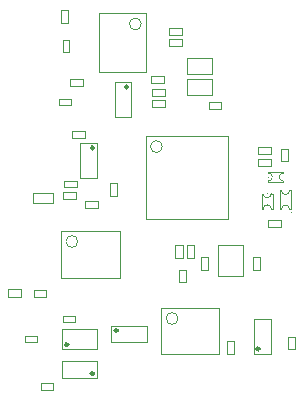
<source format=gbr>
%TF.GenerationSoftware,Altium Limited,Altium Designer,20.2.5 (213)*%
G04 Layer_Color=65280*
%FSLAX25Y25*%
%MOIN*%
%TF.SameCoordinates,C9AA4840-3426-47ED-90B3-6D3E683A03ED*%
%TF.FilePolarity,Positive*%
%TF.FileFunction,Other,Bottom_Assembly*%
%TF.Part,Single*%
G01*
G75*
%TA.AperFunction,NonConductor*%
%ADD77C,0.00984*%
%ADD78C,0.00394*%
D77*
X28930Y24118D02*
G03*
X28930Y24118I-492J0D01*
G01*
X45474Y28811D02*
G03*
X45474Y28811I-492J0D01*
G01*
X92755Y22697D02*
G03*
X92755Y22697I-492J0D01*
G01*
X37529Y14502D02*
G03*
X37529Y14502I-492J0D01*
G01*
X48903Y109987D02*
G03*
X48903Y109987I-492J0D01*
G01*
X37503Y89687D02*
G03*
X37503Y89687I-492J0D01*
G01*
D78*
X60332Y90136D02*
G03*
X60332Y90136I-1969J0D01*
G01*
X53299Y130999D02*
G03*
X53299Y130999I-1969J0D01*
G01*
X65566Y32825D02*
G03*
X65566Y32825I-1969J0D01*
G01*
X86316Y56346D02*
G03*
X86316Y56346I-197J0D01*
G01*
X95904Y79894D02*
G03*
X95904Y79894I-197J0D01*
G01*
X100707Y81355D02*
G03*
X100707Y78599I0J-1378D01*
G01*
X95589D02*
G03*
X95589Y81355I0J1378D01*
G01*
X103372Y68043D02*
G03*
X103372Y68043I-197J0D01*
G01*
X100022Y75550D02*
G03*
X102778Y75550I1378J0D01*
G01*
Y69250D02*
G03*
X100022Y69250I-1378J0D01*
G01*
X32169Y58462D02*
G03*
X32169Y58462I-1969J0D01*
G01*
X95414Y74337D02*
G03*
X95414Y74337I-197J0D01*
G01*
X96678Y69337D02*
G03*
X93922Y69337I-1378J0D01*
G01*
Y74455D02*
G03*
X96678Y74455I1378J0D01*
G01*
X26991Y22654D02*
Y29346D01*
X38409Y22654D02*
Y29346D01*
X26991Y22654D02*
X38409D01*
X26991Y29346D02*
X38409D01*
X82380Y66120D02*
Y93679D01*
X54821Y66120D02*
Y93679D01*
Y66120D02*
X82380D01*
X54821Y93679D02*
X82380D01*
X43264Y30356D02*
X55075D01*
X43264Y24844D02*
X55075D01*
X43264D02*
Y30356D01*
X55075Y24844D02*
Y30356D01*
X90942Y32773D02*
X96454D01*
X90942Y20962D02*
X96454D01*
Y32773D01*
X90942Y20962D02*
Y32773D01*
X26794Y13044D02*
Y18556D01*
X38605Y13044D02*
Y18556D01*
X26794D02*
X38605D01*
X26794Y13044D02*
X38605D01*
X54874Y114857D02*
Y134543D01*
X39126Y114857D02*
Y134543D01*
X54874D01*
X39126Y114857D02*
X54874D01*
X79346Y21014D02*
Y36369D01*
X60054Y21014D02*
Y36369D01*
Y21014D02*
X79346D01*
X60054Y36369D02*
X79346D01*
X76934Y114443D02*
Y119757D01*
X68666Y114443D02*
Y119757D01*
X76934D01*
X68666Y114443D02*
X76934D01*
X78867Y57321D02*
X87134D01*
X78867Y47084D02*
X87134D01*
X78867D02*
Y57321D01*
X87134Y47084D02*
Y57321D01*
X30335Y92919D02*
Y95281D01*
X34665Y92919D02*
Y95281D01*
X30335Y92919D02*
X34665D01*
X30335Y95281D02*
X34665D01*
X100707Y81355D02*
Y81749D01*
Y78205D02*
Y78599D01*
X95589Y81749D02*
X100707D01*
X95589Y81355D02*
Y81749D01*
Y78205D02*
Y78599D01*
Y78205D02*
X100707D01*
X99628Y75550D02*
X100022D01*
X102778D02*
X103172D01*
X99628Y69250D02*
Y75550D01*
Y69250D02*
X100022D01*
X102778D02*
X103172D01*
Y75550D01*
X17334Y74724D02*
X24027D01*
X17334Y71180D02*
X24027D01*
Y74724D01*
X17334Y71180D02*
Y74724D01*
X92235Y86081D02*
X96565D01*
X92235Y83719D02*
X96565D01*
Y86081D01*
X92235Y83719D02*
Y86081D01*
X70881Y53135D02*
Y57465D01*
X68519Y53135D02*
Y57465D01*
Y53135D02*
X70881D01*
X68519Y57465D02*
X70881D01*
X28981Y131335D02*
Y135665D01*
X26619Y131335D02*
Y135665D01*
Y131335D02*
X28981D01*
X26619Y135665D02*
X28981D01*
X75735Y104981D02*
X80065D01*
X75735Y102619D02*
X80065D01*
Y104981D01*
X75735Y102619D02*
Y104981D01*
X67081Y53135D02*
Y57465D01*
X64719Y53135D02*
Y57465D01*
Y53135D02*
X67081D01*
X64719Y57465D02*
X67081D01*
X26658Y62006D02*
X46343D01*
X26658Y46257D02*
X46343D01*
X26658D02*
Y62006D01*
X46343Y46257D02*
Y62006D01*
X8835Y40119D02*
X13165D01*
X8835Y42481D02*
X13165D01*
X8835Y40119D02*
Y42481D01*
X13165Y40119D02*
Y42481D01*
X27368Y72779D02*
X31698D01*
X27368Y75141D02*
X31698D01*
X27368Y72779D02*
Y75141D01*
X31698Y72779D02*
Y75141D01*
X17533Y42183D02*
X21667D01*
X17533Y40017D02*
X21667D01*
Y42183D01*
X17533Y40017D02*
Y42183D01*
X27633Y76517D02*
X31767D01*
X27633Y78683D02*
X31767D01*
X27633Y76517D02*
Y78683D01*
X31767Y76517D02*
Y78683D01*
X44444Y99894D02*
X49956D01*
X44444Y111706D02*
X49956D01*
X44444Y99894D02*
Y111706D01*
X49956Y99894D02*
Y111706D01*
X29733Y112483D02*
X33867D01*
X29733Y110317D02*
X33867D01*
Y112483D01*
X29733Y110317D02*
Y112483D01*
X25933Y103817D02*
X30067D01*
X25933Y105983D02*
X30067D01*
X25933Y103817D02*
Y105983D01*
X30067Y103817D02*
Y105983D01*
X27133Y33683D02*
X31267D01*
X27133Y31517D02*
X31267D01*
Y33683D01*
X27133Y31517D02*
Y33683D01*
X14433Y26983D02*
X18567D01*
X14433Y24817D02*
X18567D01*
Y26983D01*
X14433Y24817D02*
Y26983D01*
X68183Y44933D02*
Y49067D01*
X66017Y44933D02*
Y49067D01*
Y44933D02*
X68183D01*
X66017Y49067D02*
X68183D01*
X19933Y11183D02*
X24067D01*
X19933Y9017D02*
X24067D01*
Y11183D01*
X19933Y9017D02*
Y11183D01*
X45381Y73635D02*
Y77965D01*
X43019Y73635D02*
Y77965D01*
Y73635D02*
X45381D01*
X43019Y77965D02*
X45381D01*
X90419Y49035D02*
Y53365D01*
X92781Y49035D02*
Y53365D01*
X90419D02*
X92781D01*
X90419Y49035D02*
X92781D01*
X62706Y123619D02*
X67037D01*
X62706Y125981D02*
X67037D01*
X62706Y123619D02*
Y125981D01*
X67037Y123619D02*
Y125981D01*
X75617Y49035D02*
Y53365D01*
X73254Y49035D02*
Y53365D01*
Y49035D02*
X75617D01*
X73254Y53365D02*
X75617D01*
X92235Y87519D02*
X96565D01*
X92235Y89881D02*
X96565D01*
X92235Y87519D02*
Y89881D01*
X96565Y87519D02*
Y89881D01*
X27096Y121660D02*
Y125794D01*
X29261Y121660D02*
Y125794D01*
X27096D02*
X29261D01*
X27096Y121660D02*
X29261D01*
X56633Y111317D02*
X60767D01*
X56633Y113483D02*
X60767D01*
X56633Y111317D02*
Y113483D01*
X60767Y111317D02*
Y113483D01*
X57033Y109183D02*
X61167D01*
X57033Y107017D02*
X61167D01*
Y109183D01*
X57033Y107017D02*
Y109183D01*
X102317Y22533D02*
Y26667D01*
X104483Y22533D02*
Y26667D01*
X102317D02*
X104483D01*
X102317Y22533D02*
X104483D01*
X76934Y107243D02*
Y112557D01*
X68666Y107243D02*
Y112557D01*
X76934D01*
X68666Y107243D02*
X76934D01*
X95733Y63417D02*
X99867D01*
X95733Y65583D02*
X99867D01*
X95733Y63417D02*
Y65583D01*
X99867Y63417D02*
Y65583D01*
X102183Y85202D02*
Y89335D01*
X100017Y85202D02*
Y89335D01*
Y85202D02*
X102183D01*
X100017Y89335D02*
X102183D01*
X56935Y105681D02*
X61265D01*
X56935Y103319D02*
X61265D01*
Y105681D01*
X56935Y103319D02*
Y105681D01*
X84281Y20835D02*
Y25165D01*
X81919Y20835D02*
Y25165D01*
Y20835D02*
X84281D01*
X81919Y25165D02*
X84281D01*
X33044Y79594D02*
X38556D01*
X33044Y91405D02*
X38556D01*
X33044Y79594D02*
Y91405D01*
X38556Y79594D02*
Y91405D01*
X96678Y69337D02*
X97072D01*
X93529D02*
X93922D01*
X97072D02*
Y74455D01*
X96678D02*
X97072D01*
X93529D02*
X93922D01*
X93529Y69337D02*
Y74455D01*
X67037Y127319D02*
Y129681D01*
X62706Y127319D02*
Y129681D01*
X67037D01*
X62706Y127319D02*
X67037D01*
X34635Y69519D02*
Y71881D01*
X38965Y69519D02*
Y71881D01*
X34635Y69519D02*
X38965D01*
X34635Y71881D02*
X38965D01*
%TF.MD5,21917a2e577235ff4067b886010e43ff*%
M02*

</source>
